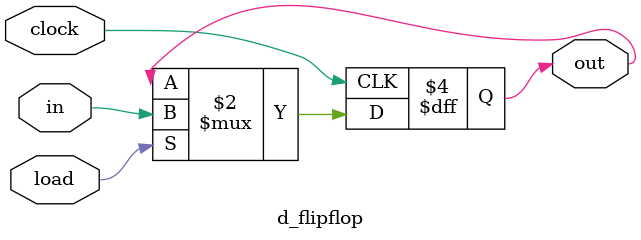
<source format=v>
`include "src/multiplexing/mux.v"

module sr_flipflop(
  output q,
  output qb,
  input r,
  input s
);

  wire out_xor0, out_xor1;

  assign out_xor0 = r ^ out_xor1;
  assign out_xor1 = s ^ out_xor0;

  assign q = out_xor0;
  assign qb = out_xor1;
endmodule


module d_flipflop
#(parameter BUS_WIDTH = 1)
(
  output reg [BUS_WIDTH - 1:0] out,
  input [BUS_WIDTH - 1:0] in,
  input load,
  input clock
);
  always @(posedge clock) begin
    if (load)
      out <= in;
  end
endmodule

</source>
